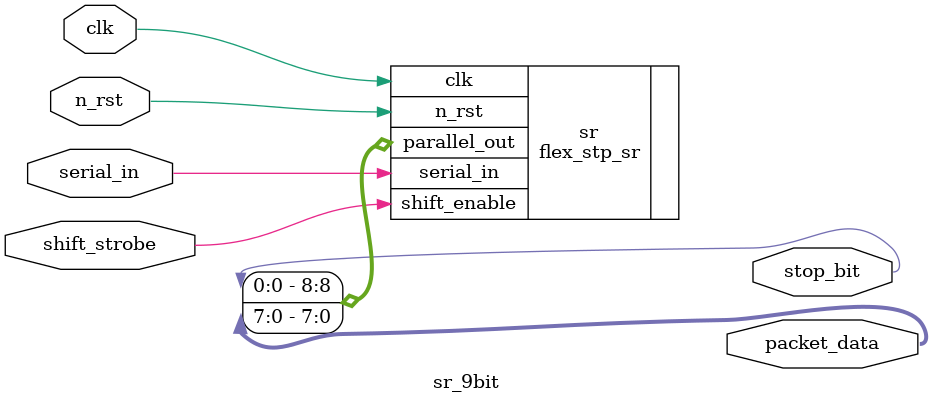
<source format=sv>

module sr_9bit (
	input clk, n_rst, shift_strobe, serial_in,
	output wire [7:0] packet_data,
	output wire stop_bit
);

flex_stp_sr #(.NUM_BITS(9), .SHIFT_MSB(0)) sr (
	.clk(clk), 
	.n_rst(n_rst), 
	.shift_enable(shift_strobe), 
	.serial_in(serial_in), 
	.parallel_out({stop_bit, packet_data})
);

endmodule

</source>
